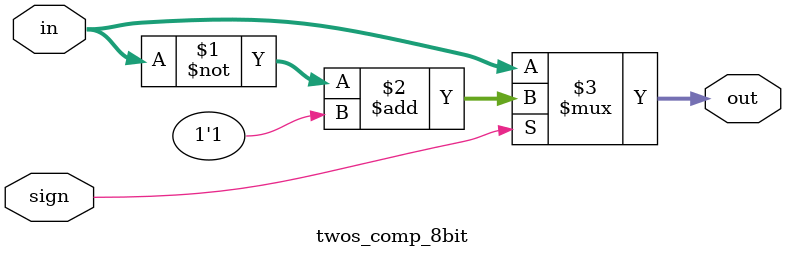
<source format=v>
module twos_comp_8bit (
input wire sign,
input [7:0] in,
output [7:0] out
);

assign out = sign ? (~in + 1'b1) : in;

endmodule
</source>
